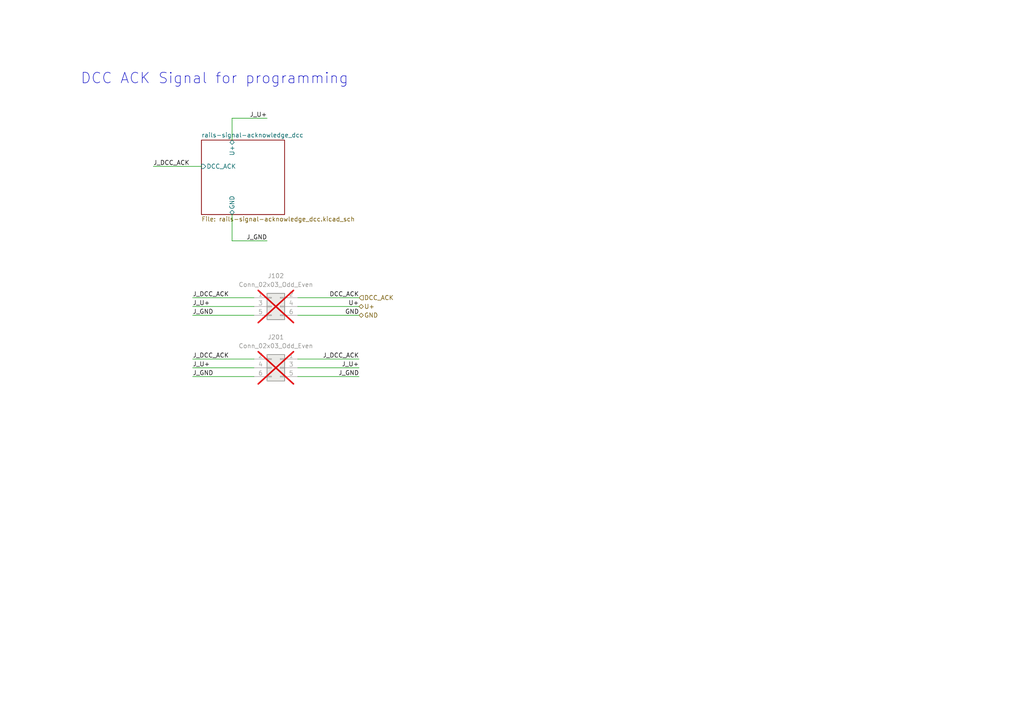
<source format=kicad_sch>
(kicad_sch (version 20231120) (generator "eeschema") (generator_version "8.0")
  (paper "A4")
  (title_block (title "xDuinoRail - LocDecoder - Development Kit") (date "2024-10-09") (rev "v0.2") (company "Chatelain Engineering, Bern - CH"))
  (lib_symbols
    (symbol "Connector_Generic:Conn_02x03_Odd_Even" (pin_names (offset 1.016) hide)
      (property "Reference" "J" (at 1.27 5.08 0))
      (property "Value" "Conn_02x03_Odd_Even" (at 1.27 -5.08 0))
      (symbol "Conn_02x03_Odd_Even_1_1"
        (rectangle (start -1.27 -2.413) (end 0 -2.667) (stroke (width 0.1524)))
        (rectangle (start -1.27 0.127) (end 0 -0.127) (stroke (width 0.1524)))
        (rectangle (start -1.27 2.667) (end 0 2.413) (stroke (width 0.1524)))
        (rectangle (start -1.27 3.81) (end 3.81 -3.81) (stroke (width 0.254)) (fill (type background)))
        (rectangle (start 3.81 -2.413) (end 2.54 -2.667) (stroke (width 0.1524)))
        (rectangle (start 3.81 0.127) (end 2.54 -0.127) (stroke (width 0.1524)))
        (rectangle (start 3.81 2.667) (end 2.54 2.413) (stroke (width 0.1524)))
        (pin passive line (at -5.08 2.54 0) (length 3.81) (name "Pin_1") (number "1"))
        (pin passive line (at 7.62 2.54 180) (length 3.81) (name "Pin_2") (number "2"))
        (pin passive line (at -5.08 0 0) (length 3.81) (name "Pin_3") (number "3"))
        (pin passive line (at 7.62 0 180) (length 3.81) (name "Pin_4") (number "4"))
        (pin passive line (at -5.08 -2.54 0) (length 3.81) (name "Pin_5") (number "5"))
        (pin passive line (at 7.62 -2.54 180) (length 3.81) (name "Pin_6") (number "6"))
      )
    )
  )
  (wire (pts (xy 55.88 109.22) (xy 73.66 109.22)))
  (wire (pts (xy 86.36 91.44) (xy 104.14 91.44)))
  (wire (pts (xy 86.36 86.36) (xy 104.14 86.36)))
  (wire (pts (xy 86.36 88.9) (xy 104.14 88.9)))
  (wire (pts (xy 67.31 34.29) (xy 67.31 40.64)))
  (wire (pts (xy 67.31 34.29) (xy 77.47 34.29)))
  (wire (pts (xy 104.14 109.22) (xy 86.36 109.22)))
  (wire (pts (xy 55.88 104.14) (xy 73.66 104.14)))
  (wire (pts (xy 55.88 86.36) (xy 73.66 86.36)))
  (wire (pts (xy 44.45 48.26) (xy 58.42 48.26)))
  (wire (pts (xy 55.88 88.9) (xy 73.66 88.9)))
  (wire (pts (xy 67.31 62.23) (xy 67.31 69.85)))
  (wire (pts (xy 67.31 69.85) (xy 77.47 69.85)))
  (wire (pts (xy 55.88 106.68) (xy 73.66 106.68)))
  (wire (pts (xy 55.88 91.44) (xy 73.66 91.44)))
  (wire (pts (xy 104.14 106.68) (xy 86.36 106.68)))
  (wire (pts (xy 104.14 104.14) (xy 86.36 104.14)))
  (text "DCC ACK Signal for programming" (at 62.23 22.86 0) (effects (font (size 3.048 3.048))))
  (label "GND" (at 104.14 91.44 180))
  (label "J_DCC_ACK" (at 104.14 104.14 180))
  (label "DCC_ACK" (at 104.14 86.36 180))
  (label "J_U+" (at 55.88 88.9 0))
  (label "J_GND" (at 77.47 69.85 180))
  (label "U+" (at 104.14 88.9 180))
  (label "J_DCC_ACK" (at 55.88 86.36 0))
  (label "J_U+" (at 77.47 34.29 180))
  (label "J_DCC_ACK" (at 44.45 48.26 0))
  (label "J_GND" (at 55.88 109.22 0))
  (label "J_U+" (at 104.14 106.68 180))
  (label "J_U+" (at 55.88 106.68 0))
  (label "J_GND" (at 104.14 109.22 180))
  (label "J_GND" (at 55.88 91.44 0))
  (label "J_DCC_ACK" (at 55.88 104.14 0))
  (hierarchical_label "DCC_ACK" (shape input) (at 104.14 86.36 0))
  (hierarchical_label "U+" (shape bidirectional) (at 104.14 88.9 0))
  (hierarchical_label "GND" (shape bidirectional) (at 104.14 91.44 0))
  (symbol (lib_id "Connector_Generic:Conn_02x03_Odd_Even") (at 78.74 88.9 0) (unit 1) (exclude_from_sim yes) (in_bom no) (dnp yes)
    (property "Reference" "J102" (at 80.01 80.01 0))
    (property "Value" "Conn_02x03_Odd_Even" (at 80.01 82.55 0))
    (property "Footprint" "xDuinoRail:PinHeaderJP_2x03_P2.54mm_Vertical" (effects (hide yes)))
    (property "Description" "Generic connector, double row, 02x03, odd/even pin numbering scheme (row 1 odd numbers, row 2 even numbers), script generated (kicad-library-utils/schlib/autogen/connector/)" (effects (hide yes)))
  )
  (symbol (lib_id "Connector_Generic:Conn_02x03_Odd_Even") (at 81.28 106.68 0) (mirror y) (unit 1) (exclude_from_sim yes) (in_bom no) (dnp yes)
    (property "Reference" "J201" (at 80.01 97.79 0))
    (property "Value" "Conn_02x03_Odd_Even" (at 80.01 100.33 0))
    (property "Footprint" "xDuinoRail:PinHeaderJP_2x03_P2.54mm_Vertical" (effects (hide yes)))
    (property "Description" "Generic connector, double row, 02x03, odd/even pin numbering scheme (row 1 odd numbers, row 2 even numbers), script generated (kicad-library-utils/schlib/autogen/connector/)" (effects (hide yes)))
  )
  (sheet (at 58.42 40.64) (size 24.13 21.59) (stroke (width 0.1524))
    (property "Sheetname" "rails-signal-acknowledge_dcc" (at 58.42 39.9284 0) (effects (justify left bottom)))
    (property "Sheetfile" "rails-signal-acknowledge_dcc.kicad_sch" (at 58.42 62.8146 0) (effects (justify left top)))
    (pin "U+" bidirectional (at 67.31 40.64 90))
    (pin "GND" bidirectional (at 67.31 62.23 270))
    (pin "DCC_ACK" input (at 58.42 48.26 180))
  )
)
</source>
